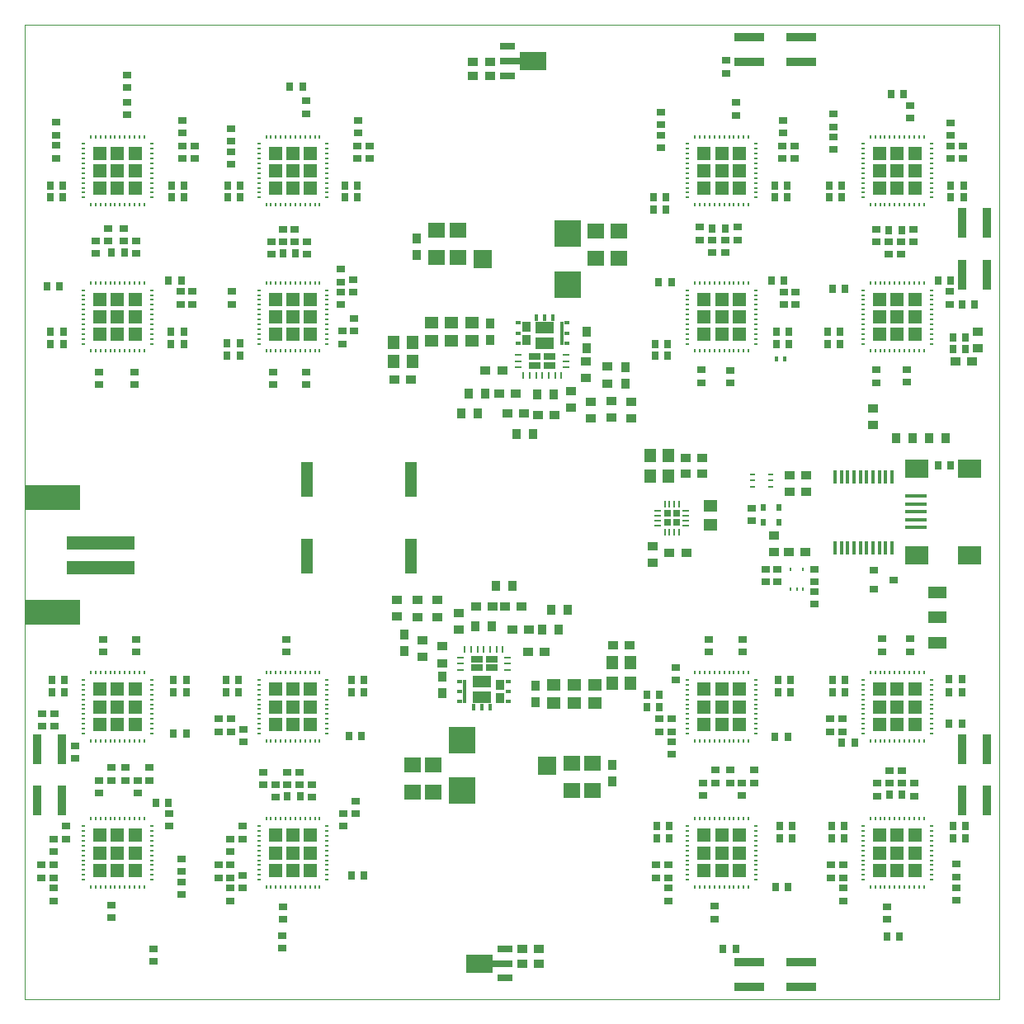
<source format=gtp>
G04 (created by PCBNEW (2013-mar-13)-testing) date Sat 22 Jun 2013 02:01:23 AM ICT*
%MOIN*%
G04 Gerber Fmt 3.4, Leading zero omitted, Abs format*
%FSLAX34Y34*%
G01*
G70*
G90*
G04 APERTURE LIST*
%ADD10C,0.00393701*%
%ADD11R,0.023622X0.0314961*%
%ADD12R,0.0767315X0.0767315*%
%ADD13R,0.108231X0.108231*%
%ADD14R,0.0413315X0.0373315*%
%ADD15R,0.0373315X0.0413315*%
%ADD16R,0.0491315X0.0570315*%
%ADD17R,0.0570315X0.0491315*%
%ADD18R,0.0688315X0.0609315*%
%ADD19R,0.0865315X0.0176315*%
%ADD20R,0.0964315X0.0767315*%
%ADD21R,0.0255315X0.0334315*%
%ADD22R,0.0334315X0.0255315*%
%ADD23R,0.0330315X0.0290315*%
%ADD24R,0.0240157X0.00984252*%
%ADD25R,0.0137315X0.0570315*%
%ADD26R,0.0767717X0.0480315*%
%ADD27R,0.218504X0.102362*%
%ADD28R,0.273622X0.0531496*%
%ADD29R,0.0610315X0.0256315*%
%ADD30R,0.0807315X0.0256315*%
%ADD31R,0.106331X0.0767315*%
%ADD32R,0.0137315X0.0216315*%
%ADD33R,0.0100315X0.0180315*%
%ADD34R,0.124016X0.0374016*%
%ADD35R,0.0374016X0.124016*%
%ADD36R,0.0176315X0.0098315*%
%ADD37R,0.0098315X0.0176315*%
%ADD38R,0.0570866X0.0570866*%
%ADD39R,0.0098315X0.0275315*%
%ADD40R,0.0275315X0.0098315*%
%ADD41R,0.0255906X0.0255906*%
%ADD42R,0.0098315X0.0255315*%
%ADD43R,0.0255315X0.0098315*%
%ADD44R,0.0216535X0.0149606*%
%ADD45R,0.0149606X0.0255906*%
%ADD46R,0.0452756X0.0255906*%
%ADD47R,0.075748X0.0468504*%
%ADD48R,0.0334646X0.0433071*%
%ADD49R,0.0129921X0.096063*%
%ADD50R,0.0491315X0.139731*%
G04 APERTURE END LIST*
G54D10*
X38779Y-61023D02*
X78149Y-61023D01*
X78149Y-61023D02*
X78149Y-21653D01*
X78149Y-21653D02*
X38779Y-21653D01*
X38779Y-21653D02*
X38779Y-61023D01*
G54D11*
X69242Y-41151D03*
X68592Y-41151D03*
X69242Y-41761D03*
X68592Y-41761D03*
G54D12*
X59858Y-51588D03*
G54D13*
X56433Y-50565D03*
X56433Y-52611D03*
G54D12*
X57271Y-31123D03*
G54D13*
X60696Y-32146D03*
X60696Y-30100D03*
G54D14*
X53721Y-35984D03*
X54389Y-35984D03*
G54D15*
X61464Y-34733D03*
X61464Y-34065D03*
G54D14*
X58593Y-36548D03*
X57925Y-36548D03*
G54D15*
X59465Y-36596D03*
X60133Y-36596D03*
X57361Y-36548D03*
X56693Y-36548D03*
X57082Y-37375D03*
X56414Y-37375D03*
G54D14*
X61456Y-35941D03*
X61456Y-35273D03*
G54D16*
X54429Y-35275D03*
X53681Y-35275D03*
X54429Y-34488D03*
X53681Y-34488D03*
G54D17*
X55196Y-34429D03*
X55196Y-33681D03*
X56023Y-34429D03*
X56023Y-33681D03*
X56850Y-34429D03*
X56850Y-33681D03*
G54D15*
X57559Y-34389D03*
X57559Y-33721D03*
G54D14*
X58058Y-35635D03*
X57390Y-35635D03*
G54D15*
X54606Y-30295D03*
X54606Y-30963D03*
G54D18*
X56279Y-29960D03*
X56279Y-31062D03*
X55413Y-29960D03*
X55413Y-31062D03*
X61850Y-29980D03*
X61850Y-31082D03*
X62775Y-29980D03*
X62775Y-31082D03*
G54D14*
X61645Y-36907D03*
X61645Y-37575D03*
X63267Y-37548D03*
X63267Y-36880D03*
G54D15*
X63031Y-35492D03*
X63031Y-36160D03*
X59298Y-38194D03*
X58630Y-38194D03*
G54D14*
X59492Y-37422D03*
X60160Y-37422D03*
X58956Y-37375D03*
X58288Y-37375D03*
X62464Y-36876D03*
X62464Y-37544D03*
X62307Y-35478D03*
X62307Y-36146D03*
X60834Y-37134D03*
X60834Y-36466D03*
G54D15*
X59409Y-49034D03*
X59409Y-48366D03*
X55645Y-47998D03*
X55645Y-48666D03*
G54D14*
X58488Y-46103D03*
X59156Y-46103D03*
G54D15*
X57645Y-45970D03*
X56977Y-45970D03*
X59685Y-46103D03*
X60353Y-46103D03*
X60024Y-45304D03*
X60692Y-45304D03*
G54D14*
X55653Y-46777D03*
X55653Y-47445D03*
G54D16*
X62500Y-47440D03*
X63248Y-47440D03*
X62500Y-48267D03*
X63248Y-48267D03*
G54D17*
X61811Y-48326D03*
X61811Y-49074D03*
X60984Y-48326D03*
X60984Y-49074D03*
X60157Y-48326D03*
X60157Y-49074D03*
G54D14*
X62540Y-46732D03*
X63208Y-46732D03*
X59099Y-46985D03*
X59767Y-46985D03*
G54D15*
X62519Y-52223D03*
X62519Y-51555D03*
G54D18*
X60885Y-52607D03*
X60885Y-51505D03*
X61712Y-52587D03*
X61712Y-51485D03*
X55275Y-52657D03*
X55275Y-51555D03*
X54429Y-52657D03*
X54429Y-51555D03*
G54D14*
X55440Y-45579D03*
X55440Y-44911D03*
X53811Y-44907D03*
X53811Y-45575D03*
G54D15*
X54114Y-46948D03*
X54114Y-46280D03*
X57819Y-44340D03*
X58487Y-44340D03*
G54D14*
X57664Y-45151D03*
X56996Y-45151D03*
X58185Y-45159D03*
X58853Y-45159D03*
X54633Y-45579D03*
X54633Y-44911D03*
X54830Y-47193D03*
X54830Y-46525D03*
X56303Y-45439D03*
X56303Y-46107D03*
X64823Y-43011D03*
X65491Y-43011D03*
X66141Y-39783D03*
X65473Y-39783D03*
X66141Y-39173D03*
X65473Y-39173D03*
G54D16*
X64035Y-39074D03*
X64783Y-39074D03*
X64035Y-39881D03*
X64783Y-39881D03*
G54D14*
X64133Y-42736D03*
X64133Y-43404D03*
G54D17*
X66482Y-41857D03*
X66482Y-41109D03*
G54D19*
X74763Y-41338D03*
X74763Y-41652D03*
X74763Y-41967D03*
X74763Y-41024D03*
X74763Y-40709D03*
G54D20*
X74803Y-43089D03*
X74803Y-39587D03*
X76948Y-43089D03*
X76948Y-39587D03*
G54D21*
X40314Y-28641D03*
X39804Y-28641D03*
G54D22*
X42905Y-25310D03*
X42905Y-24800D03*
X40039Y-25611D03*
X40039Y-26121D03*
G54D21*
X44705Y-28641D03*
X45215Y-28641D03*
G54D22*
X45137Y-27066D03*
X45137Y-26556D03*
G54D21*
X40314Y-28149D03*
X39804Y-28149D03*
G54D22*
X45137Y-25532D03*
X45137Y-26042D03*
G54D21*
X44705Y-28169D03*
X45215Y-28169D03*
G54D22*
X42775Y-29882D03*
X42775Y-30392D03*
X42145Y-29882D03*
X42145Y-30392D03*
X40039Y-27046D03*
X40039Y-26536D03*
G54D21*
X51713Y-28641D03*
X52223Y-28641D03*
X47479Y-28641D03*
X46969Y-28641D03*
G54D22*
X52204Y-27066D03*
X52204Y-26556D03*
G54D21*
X47479Y-28149D03*
X46969Y-28149D03*
G54D22*
X47106Y-25867D03*
X47106Y-26377D03*
X49685Y-29922D03*
X49685Y-30432D03*
G54D21*
X51713Y-28149D03*
X52223Y-28149D03*
G54D22*
X50149Y-35689D03*
X50149Y-36199D03*
X52224Y-25532D03*
X52224Y-26042D03*
X47106Y-27302D03*
X47106Y-26792D03*
X50137Y-25247D03*
X50137Y-24737D03*
G54D21*
X44685Y-34547D03*
X45195Y-34547D03*
X40333Y-34547D03*
X39823Y-34547D03*
G54D22*
X45059Y-32951D03*
X45059Y-32441D03*
G54D21*
X40186Y-32234D03*
X39676Y-32234D03*
X44587Y-31988D03*
X45097Y-31988D03*
X40333Y-34055D03*
X39823Y-34055D03*
G54D22*
X41771Y-35689D03*
X41771Y-36199D03*
G54D21*
X44685Y-34055D03*
X45195Y-34055D03*
G54D22*
X41653Y-30904D03*
X41653Y-30394D03*
X43259Y-30900D03*
X43259Y-30390D03*
X43208Y-35689D03*
X43208Y-36199D03*
G54D21*
X47459Y-34527D03*
X46949Y-34527D03*
G54D22*
X51594Y-34546D03*
X51594Y-34036D03*
X51535Y-32971D03*
X51535Y-32461D03*
X51535Y-31536D03*
X51535Y-32046D03*
G54D21*
X47459Y-35019D03*
X46949Y-35019D03*
G54D22*
X48799Y-35689D03*
X48799Y-36199D03*
X49192Y-29922D03*
X49192Y-30432D03*
X52086Y-33524D03*
X52086Y-34034D03*
X48740Y-30943D03*
X48740Y-30433D03*
X50177Y-30943D03*
X50177Y-30433D03*
X47125Y-32951D03*
X47125Y-32441D03*
G54D21*
X64684Y-28641D03*
X64174Y-28641D03*
X69075Y-28641D03*
X69585Y-28641D03*
G54D22*
X69389Y-27066D03*
X69389Y-26556D03*
X67519Y-25314D03*
X67519Y-24804D03*
X64468Y-26632D03*
X64468Y-26122D03*
G54D21*
X64684Y-29133D03*
X64174Y-29133D03*
X71918Y-32312D03*
X71408Y-32312D03*
G54D22*
X67578Y-29843D03*
X67578Y-30353D03*
X69409Y-25532D03*
X69409Y-26042D03*
G54D21*
X69075Y-28169D03*
X69585Y-28169D03*
G54D22*
X64468Y-25197D03*
X64468Y-25707D03*
G54D21*
X71770Y-28641D03*
X71260Y-28641D03*
X76182Y-28641D03*
X76692Y-28641D03*
G54D22*
X76181Y-27066D03*
X76181Y-26556D03*
X74551Y-25428D03*
X74551Y-24918D03*
X73169Y-29922D03*
X73169Y-30432D03*
X71456Y-25276D03*
X71456Y-25786D03*
G54D21*
X71770Y-28149D03*
X71260Y-28149D03*
G54D22*
X74665Y-29922D03*
X74665Y-30432D03*
G54D21*
X76182Y-28149D03*
X76692Y-28149D03*
G54D22*
X76181Y-25630D03*
X76181Y-26140D03*
X71456Y-26711D03*
X71456Y-26201D03*
G54D21*
X64743Y-34547D03*
X64233Y-34547D03*
X69134Y-34547D03*
X69644Y-34547D03*
G54D22*
X69448Y-32971D03*
X69448Y-32461D03*
X66535Y-30865D03*
X66535Y-30355D03*
X67086Y-30865D03*
X67086Y-30355D03*
X66122Y-35611D03*
X66122Y-36121D03*
G54D21*
X64743Y-35039D03*
X64233Y-35039D03*
X68937Y-32007D03*
X69447Y-32007D03*
G54D22*
X66043Y-29843D03*
X66043Y-30353D03*
G54D21*
X64900Y-32047D03*
X64390Y-32047D03*
X69134Y-34074D03*
X69644Y-34074D03*
X71711Y-34547D03*
X71201Y-34547D03*
X76280Y-34763D03*
X76790Y-34763D03*
G54D22*
X76141Y-32951D03*
X76141Y-32441D03*
G54D21*
X75670Y-32007D03*
X76180Y-32007D03*
G54D22*
X74173Y-30943D03*
X74173Y-30433D03*
X73661Y-30943D03*
X73661Y-30433D03*
G54D21*
X71711Y-34055D03*
X71201Y-34055D03*
G54D22*
X74397Y-35595D03*
X74397Y-36105D03*
X67263Y-35615D03*
X67263Y-36125D03*
G54D21*
X76280Y-34281D03*
X76790Y-34281D03*
G54D22*
X73188Y-35611D03*
X73188Y-36121D03*
G54D21*
X76280Y-54035D03*
X76790Y-54035D03*
X71888Y-54035D03*
X71378Y-54035D03*
G54D22*
X71830Y-55611D03*
X71830Y-56121D03*
G54D21*
X76122Y-49881D03*
X76632Y-49881D03*
G54D22*
X76417Y-55571D03*
X76417Y-56081D03*
X71830Y-57046D03*
X71830Y-56536D03*
G54D21*
X76280Y-54527D03*
X76790Y-54527D03*
G54D22*
X73208Y-52814D03*
X73208Y-52304D03*
G54D21*
X71888Y-54527D03*
X71378Y-54527D03*
G54D22*
X76417Y-57026D03*
X76417Y-56516D03*
X73610Y-57292D03*
X73610Y-57802D03*
G54D21*
X69272Y-54035D03*
X69782Y-54035D03*
X64802Y-54035D03*
X64292Y-54035D03*
G54D22*
X64763Y-55611D03*
X64763Y-56121D03*
X66649Y-57276D03*
X66649Y-57786D03*
G54D21*
X69085Y-50442D03*
X69595Y-50442D03*
G54D22*
X64763Y-57046D03*
X64763Y-56536D03*
G54D21*
X69272Y-54527D03*
X69782Y-54527D03*
G54D22*
X66181Y-52794D03*
X66181Y-52284D03*
G54D21*
X64802Y-54527D03*
X64292Y-54527D03*
X64408Y-49212D03*
X63898Y-49212D03*
X69105Y-56505D03*
X69615Y-56505D03*
X76122Y-48110D03*
X76632Y-48110D03*
X71908Y-48129D03*
X71398Y-48129D03*
G54D22*
X71811Y-49705D03*
X71811Y-50215D03*
X73700Y-51792D03*
X73700Y-52302D03*
X74212Y-51792D03*
X74212Y-52302D03*
G54D21*
X72292Y-50669D03*
X71782Y-50669D03*
X76122Y-48622D03*
X76632Y-48622D03*
G54D22*
X73405Y-46987D03*
X73405Y-46477D03*
G54D21*
X71908Y-48622D03*
X71398Y-48622D03*
G54D22*
X74547Y-46987D03*
X74547Y-46477D03*
X74704Y-52814D03*
X74704Y-52304D03*
G54D21*
X69193Y-48129D03*
X69703Y-48129D03*
G54D22*
X65078Y-48129D03*
X65078Y-47619D03*
X64901Y-49705D03*
X64901Y-50215D03*
X66673Y-51772D03*
X66673Y-52282D03*
X67263Y-51772D03*
X67263Y-52282D03*
X64901Y-51140D03*
X64901Y-50630D03*
G54D21*
X69193Y-48622D03*
X69703Y-48622D03*
G54D22*
X66397Y-47006D03*
X66397Y-46496D03*
X67775Y-47006D03*
X67775Y-46496D03*
G54D21*
X64408Y-48720D03*
X63898Y-48720D03*
G54D22*
X67736Y-52794D03*
X67736Y-52284D03*
X51633Y-54034D03*
X51633Y-53524D03*
X47578Y-54036D03*
X47578Y-54546D03*
X47086Y-55611D03*
X47086Y-56121D03*
X49192Y-57294D03*
X49192Y-57804D03*
X48897Y-52873D03*
X48897Y-52363D03*
X47578Y-56024D03*
X47578Y-56534D03*
X52125Y-53012D03*
X52125Y-53522D03*
X50374Y-52873D03*
X50374Y-52363D03*
X47086Y-55058D03*
X47086Y-54548D03*
X47086Y-57046D03*
X47086Y-56536D03*
G54D21*
X51979Y-56013D03*
X52489Y-56013D03*
G54D22*
X44622Y-54034D03*
X44622Y-53524D03*
X40433Y-54036D03*
X40433Y-54546D03*
X39940Y-55611D03*
X39940Y-56121D03*
X45098Y-55355D03*
X45098Y-55865D03*
X45098Y-56790D03*
X45098Y-56280D03*
X43287Y-47006D03*
X43287Y-46496D03*
G54D21*
X44065Y-53080D03*
X44575Y-53080D03*
G54D22*
X41771Y-52695D03*
X41771Y-52185D03*
X39940Y-55058D03*
X39940Y-54548D03*
X39940Y-57046D03*
X39940Y-56536D03*
X42283Y-57215D03*
X42283Y-57725D03*
G54D21*
X51969Y-48129D03*
X52479Y-48129D03*
X47420Y-48129D03*
X46910Y-48129D03*
G54D22*
X47106Y-49705D03*
X47106Y-50215D03*
X49389Y-51851D03*
X49389Y-52361D03*
X49881Y-51851D03*
X49881Y-52361D03*
X47598Y-50119D03*
X47598Y-50629D03*
G54D21*
X51969Y-48622D03*
X52479Y-48622D03*
G54D22*
X49350Y-47006D03*
X49350Y-46496D03*
X48405Y-51861D03*
X48405Y-52371D03*
G54D21*
X47420Y-48622D03*
X46910Y-48622D03*
X51861Y-50403D03*
X52371Y-50403D03*
X44784Y-48129D03*
X45294Y-48129D03*
X40373Y-48129D03*
X39863Y-48129D03*
G54D22*
X39970Y-49479D03*
X39970Y-49989D03*
X42263Y-51674D03*
X42263Y-52184D03*
X42834Y-51674D03*
X42834Y-52184D03*
G54D21*
X44784Y-50295D03*
X45294Y-50295D03*
X44784Y-48622D03*
X45294Y-48622D03*
G54D22*
X43326Y-52695D03*
X43326Y-52185D03*
G54D21*
X40373Y-48622D03*
X39863Y-48622D03*
G54D22*
X40797Y-50788D03*
X40797Y-51298D03*
X41948Y-47006D03*
X41948Y-46496D03*
G54D23*
X73064Y-43704D03*
X73064Y-44464D03*
X73864Y-44084D03*
G54D14*
X70354Y-40530D03*
X70354Y-39862D03*
X69685Y-39862D03*
X69685Y-40530D03*
G54D21*
X76170Y-39478D03*
X75660Y-39478D03*
G54D24*
X68905Y-40334D03*
X68181Y-40078D03*
X68905Y-39822D03*
X68905Y-40078D03*
X68181Y-39822D03*
X68181Y-40334D03*
G54D15*
X74645Y-38346D03*
X73977Y-38346D03*
X75315Y-38346D03*
X75983Y-38346D03*
G54D25*
X71502Y-42790D03*
X71758Y-42790D03*
X72014Y-42790D03*
X72270Y-42790D03*
X72526Y-42790D03*
X72780Y-42790D03*
X73036Y-42790D03*
X73292Y-42790D03*
X73548Y-42790D03*
X73804Y-42790D03*
X73804Y-39936D03*
X73548Y-39936D03*
X73292Y-39936D03*
X73036Y-39936D03*
X72780Y-39936D03*
X72526Y-39936D03*
X72270Y-39936D03*
X72014Y-39936D03*
X71758Y-39936D03*
X71502Y-39936D03*
G54D26*
X75629Y-45610D03*
X75629Y-46614D03*
X75629Y-44606D03*
G54D27*
X39921Y-45403D03*
X39921Y-40777D03*
G54D28*
X41850Y-42598D03*
X41850Y-43582D03*
G54D29*
X58188Y-60177D03*
G54D30*
X58090Y-59586D03*
G54D29*
X58188Y-58995D03*
G54D31*
X57145Y-59586D03*
G54D14*
X58878Y-59586D03*
X59546Y-59586D03*
X58878Y-58996D03*
X59546Y-58996D03*
G54D22*
X68129Y-41201D03*
X68129Y-41711D03*
G54D14*
X70294Y-42952D03*
X69626Y-42952D03*
X76368Y-35275D03*
X77036Y-35275D03*
G54D22*
X45629Y-27066D03*
X45629Y-26556D03*
X69881Y-27066D03*
X69881Y-26556D03*
X71338Y-55611D03*
X71338Y-56121D03*
X46594Y-55611D03*
X46594Y-56121D03*
X52696Y-27066D03*
X52696Y-26556D03*
X76673Y-27066D03*
X76673Y-26556D03*
X64271Y-55611D03*
X64271Y-56121D03*
X39448Y-55611D03*
X39448Y-56121D03*
X45551Y-32951D03*
X45551Y-32441D03*
X69921Y-32971D03*
X69921Y-32461D03*
X71318Y-49705D03*
X71318Y-50215D03*
X46614Y-49705D03*
X46614Y-50215D03*
X52027Y-32459D03*
X52027Y-31949D03*
G54D21*
X76634Y-32952D03*
X77144Y-32952D03*
G54D22*
X64409Y-49705D03*
X64409Y-50215D03*
X39478Y-49479D03*
X39478Y-49989D03*
G54D14*
X73051Y-37146D03*
X73051Y-37814D03*
X77283Y-34743D03*
X77283Y-34075D03*
X69055Y-42952D03*
X69055Y-42284D03*
G54D32*
X69134Y-35157D03*
X69488Y-35157D03*
G54D14*
X57558Y-23157D03*
X56890Y-23157D03*
X57558Y-23716D03*
X56890Y-23716D03*
G54D29*
X58263Y-22542D03*
G54D30*
X58361Y-23133D03*
G54D29*
X58263Y-23724D03*
G54D31*
X59306Y-23133D03*
G54D22*
X42913Y-23682D03*
X42913Y-24192D03*
G54D21*
X49489Y-24153D03*
X49999Y-24153D03*
X42284Y-30846D03*
X42794Y-30846D03*
X49723Y-30885D03*
X49213Y-30885D03*
G54D22*
X67096Y-23621D03*
X67096Y-23111D03*
G54D21*
X73760Y-24468D03*
X74270Y-24468D03*
X67066Y-29901D03*
X66556Y-29901D03*
X73682Y-29960D03*
X74192Y-29960D03*
X74113Y-58484D03*
X73603Y-58484D03*
X67499Y-58996D03*
X66989Y-58996D03*
X73701Y-52775D03*
X74211Y-52775D03*
G54D22*
X68228Y-51772D03*
X68228Y-52282D03*
X49173Y-58955D03*
X49173Y-58445D03*
X43966Y-58987D03*
X43966Y-59497D03*
G54D21*
X49390Y-52834D03*
X49900Y-52834D03*
G54D22*
X43818Y-51674D03*
X43818Y-52184D03*
X70669Y-45077D03*
X70669Y-44567D03*
G54D33*
X69710Y-44455D03*
X70210Y-44455D03*
X69710Y-43655D03*
X69960Y-44455D03*
X70210Y-43655D03*
G54D22*
X69173Y-43662D03*
X69173Y-44172D03*
X68700Y-43662D03*
X68700Y-44172D03*
G54D34*
X68051Y-23159D03*
X68051Y-22155D03*
X70137Y-22155D03*
X70137Y-23159D03*
G54D35*
X76643Y-29665D03*
X77647Y-29665D03*
X77647Y-31751D03*
X76643Y-31751D03*
X76643Y-50925D03*
X77647Y-50925D03*
X77647Y-53011D03*
X76643Y-53011D03*
G54D34*
X70137Y-59517D03*
X70137Y-60521D03*
X68051Y-60521D03*
X68051Y-59517D03*
G54D36*
X43896Y-26477D03*
X43896Y-26674D03*
X43896Y-26871D03*
X43896Y-27067D03*
X43896Y-27264D03*
X43896Y-27461D03*
X43896Y-27657D03*
X43896Y-27854D03*
X43896Y-28051D03*
X43896Y-28247D03*
X43896Y-28444D03*
X43896Y-28641D03*
G54D37*
X43601Y-28936D03*
X43404Y-28936D03*
X43207Y-28936D03*
X43011Y-28936D03*
X42814Y-28936D03*
X42617Y-28936D03*
X42421Y-28936D03*
X42224Y-28936D03*
X42027Y-28936D03*
X41831Y-28936D03*
X41634Y-28936D03*
X41437Y-28936D03*
G54D36*
X41142Y-28641D03*
X41142Y-28444D03*
X41142Y-28247D03*
X41142Y-28051D03*
X41142Y-27854D03*
X41142Y-27657D03*
X41142Y-27461D03*
X41142Y-27264D03*
X41142Y-27067D03*
X41142Y-26871D03*
X41142Y-26674D03*
X41142Y-26477D03*
G54D37*
X41437Y-26182D03*
X41634Y-26182D03*
X41831Y-26182D03*
X42027Y-26182D03*
X42224Y-26182D03*
X42421Y-26182D03*
X42617Y-26182D03*
X42814Y-26182D03*
X43011Y-26182D03*
X43207Y-26182D03*
X43404Y-26182D03*
X43601Y-26182D03*
G54D38*
X41811Y-26850D03*
X42519Y-26850D03*
X43228Y-26850D03*
X41811Y-27559D03*
X42519Y-27559D03*
X43228Y-27559D03*
X41811Y-28267D03*
X42519Y-28267D03*
X43228Y-28267D03*
G54D36*
X43896Y-32382D03*
X43896Y-32579D03*
X43896Y-32776D03*
X43896Y-32972D03*
X43896Y-33169D03*
X43896Y-33366D03*
X43896Y-33562D03*
X43896Y-33759D03*
X43896Y-33956D03*
X43896Y-34152D03*
X43896Y-34349D03*
X43896Y-34546D03*
G54D37*
X43601Y-34841D03*
X43404Y-34841D03*
X43207Y-34841D03*
X43011Y-34841D03*
X42814Y-34841D03*
X42617Y-34841D03*
X42421Y-34841D03*
X42224Y-34841D03*
X42027Y-34841D03*
X41831Y-34841D03*
X41634Y-34841D03*
X41437Y-34841D03*
G54D36*
X41142Y-34546D03*
X41142Y-34349D03*
X41142Y-34152D03*
X41142Y-33956D03*
X41142Y-33759D03*
X41142Y-33562D03*
X41142Y-33366D03*
X41142Y-33169D03*
X41142Y-32972D03*
X41142Y-32776D03*
X41142Y-32579D03*
X41142Y-32382D03*
G54D37*
X41437Y-32087D03*
X41634Y-32087D03*
X41831Y-32087D03*
X42027Y-32087D03*
X42224Y-32087D03*
X42421Y-32087D03*
X42617Y-32087D03*
X42814Y-32087D03*
X43011Y-32087D03*
X43207Y-32087D03*
X43404Y-32087D03*
X43601Y-32087D03*
G54D38*
X41811Y-32755D03*
X42519Y-32755D03*
X43228Y-32755D03*
X41811Y-33464D03*
X42519Y-33464D03*
X43228Y-33464D03*
X41811Y-34173D03*
X42519Y-34173D03*
X43228Y-34173D03*
G54D36*
X50983Y-32382D03*
X50983Y-32579D03*
X50983Y-32776D03*
X50983Y-32972D03*
X50983Y-33169D03*
X50983Y-33366D03*
X50983Y-33562D03*
X50983Y-33759D03*
X50983Y-33956D03*
X50983Y-34152D03*
X50983Y-34349D03*
X50983Y-34546D03*
G54D37*
X50688Y-34841D03*
X50491Y-34841D03*
X50294Y-34841D03*
X50098Y-34841D03*
X49901Y-34841D03*
X49704Y-34841D03*
X49508Y-34841D03*
X49311Y-34841D03*
X49114Y-34841D03*
X48918Y-34841D03*
X48721Y-34841D03*
X48524Y-34841D03*
G54D36*
X48229Y-34546D03*
X48229Y-34349D03*
X48229Y-34152D03*
X48229Y-33956D03*
X48229Y-33759D03*
X48229Y-33562D03*
X48229Y-33366D03*
X48229Y-33169D03*
X48229Y-32972D03*
X48229Y-32776D03*
X48229Y-32579D03*
X48229Y-32382D03*
G54D37*
X48524Y-32087D03*
X48721Y-32087D03*
X48918Y-32087D03*
X49114Y-32087D03*
X49311Y-32087D03*
X49508Y-32087D03*
X49704Y-32087D03*
X49901Y-32087D03*
X50098Y-32087D03*
X50294Y-32087D03*
X50491Y-32087D03*
X50688Y-32087D03*
G54D38*
X48897Y-32755D03*
X49606Y-32755D03*
X50314Y-32755D03*
X48897Y-33464D03*
X49606Y-33464D03*
X50314Y-33464D03*
X48897Y-34173D03*
X49606Y-34173D03*
X50314Y-34173D03*
G54D36*
X50983Y-26477D03*
X50983Y-26674D03*
X50983Y-26871D03*
X50983Y-27067D03*
X50983Y-27264D03*
X50983Y-27461D03*
X50983Y-27657D03*
X50983Y-27854D03*
X50983Y-28051D03*
X50983Y-28247D03*
X50983Y-28444D03*
X50983Y-28641D03*
G54D37*
X50688Y-28936D03*
X50491Y-28936D03*
X50294Y-28936D03*
X50098Y-28936D03*
X49901Y-28936D03*
X49704Y-28936D03*
X49508Y-28936D03*
X49311Y-28936D03*
X49114Y-28936D03*
X48918Y-28936D03*
X48721Y-28936D03*
X48524Y-28936D03*
G54D36*
X48229Y-28641D03*
X48229Y-28444D03*
X48229Y-28247D03*
X48229Y-28051D03*
X48229Y-27854D03*
X48229Y-27657D03*
X48229Y-27461D03*
X48229Y-27264D03*
X48229Y-27067D03*
X48229Y-26871D03*
X48229Y-26674D03*
X48229Y-26477D03*
G54D37*
X48524Y-26182D03*
X48721Y-26182D03*
X48918Y-26182D03*
X49114Y-26182D03*
X49311Y-26182D03*
X49508Y-26182D03*
X49704Y-26182D03*
X49901Y-26182D03*
X50098Y-26182D03*
X50294Y-26182D03*
X50491Y-26182D03*
X50688Y-26182D03*
G54D38*
X48897Y-26850D03*
X49606Y-26850D03*
X50314Y-26850D03*
X48897Y-27559D03*
X49606Y-27559D03*
X50314Y-27559D03*
X48897Y-28267D03*
X49606Y-28267D03*
X50314Y-28267D03*
G54D36*
X41142Y-50294D03*
X41142Y-50097D03*
X41142Y-49900D03*
X41142Y-49704D03*
X41142Y-49507D03*
X41142Y-49310D03*
X41142Y-49114D03*
X41142Y-48917D03*
X41142Y-48720D03*
X41142Y-48524D03*
X41142Y-48327D03*
X41142Y-48130D03*
G54D37*
X41437Y-47835D03*
X41634Y-47835D03*
X41831Y-47835D03*
X42027Y-47835D03*
X42224Y-47835D03*
X42421Y-47835D03*
X42617Y-47835D03*
X42814Y-47835D03*
X43011Y-47835D03*
X43207Y-47835D03*
X43404Y-47835D03*
X43601Y-47835D03*
G54D36*
X43896Y-48130D03*
X43896Y-48327D03*
X43896Y-48524D03*
X43896Y-48720D03*
X43896Y-48917D03*
X43896Y-49114D03*
X43896Y-49310D03*
X43896Y-49507D03*
X43896Y-49704D03*
X43896Y-49900D03*
X43896Y-50097D03*
X43896Y-50294D03*
G54D37*
X43601Y-50589D03*
X43404Y-50589D03*
X43207Y-50589D03*
X43011Y-50589D03*
X42814Y-50589D03*
X42617Y-50589D03*
X42421Y-50589D03*
X42224Y-50589D03*
X42027Y-50589D03*
X41831Y-50589D03*
X41634Y-50589D03*
X41437Y-50589D03*
G54D38*
X43228Y-49921D03*
X42519Y-49921D03*
X41811Y-49921D03*
X43228Y-49212D03*
X42519Y-49212D03*
X41811Y-49212D03*
X43228Y-48503D03*
X42519Y-48503D03*
X41811Y-48503D03*
G54D36*
X41142Y-56200D03*
X41142Y-56003D03*
X41142Y-55806D03*
X41142Y-55610D03*
X41142Y-55413D03*
X41142Y-55216D03*
X41142Y-55020D03*
X41142Y-54823D03*
X41142Y-54626D03*
X41142Y-54430D03*
X41142Y-54233D03*
X41142Y-54036D03*
G54D37*
X41437Y-53741D03*
X41634Y-53741D03*
X41831Y-53741D03*
X42027Y-53741D03*
X42224Y-53741D03*
X42421Y-53741D03*
X42617Y-53741D03*
X42814Y-53741D03*
X43011Y-53741D03*
X43207Y-53741D03*
X43404Y-53741D03*
X43601Y-53741D03*
G54D36*
X43896Y-54036D03*
X43896Y-54233D03*
X43896Y-54430D03*
X43896Y-54626D03*
X43896Y-54823D03*
X43896Y-55020D03*
X43896Y-55216D03*
X43896Y-55413D03*
X43896Y-55610D03*
X43896Y-55806D03*
X43896Y-56003D03*
X43896Y-56200D03*
G54D37*
X43601Y-56495D03*
X43404Y-56495D03*
X43207Y-56495D03*
X43011Y-56495D03*
X42814Y-56495D03*
X42617Y-56495D03*
X42421Y-56495D03*
X42224Y-56495D03*
X42027Y-56495D03*
X41831Y-56495D03*
X41634Y-56495D03*
X41437Y-56495D03*
G54D38*
X43228Y-55826D03*
X42519Y-55826D03*
X41811Y-55826D03*
X43228Y-55118D03*
X42519Y-55118D03*
X41811Y-55118D03*
X43228Y-54409D03*
X42519Y-54409D03*
X41811Y-54409D03*
G54D36*
X48229Y-56200D03*
X48229Y-56003D03*
X48229Y-55806D03*
X48229Y-55610D03*
X48229Y-55413D03*
X48229Y-55216D03*
X48229Y-55020D03*
X48229Y-54823D03*
X48229Y-54626D03*
X48229Y-54430D03*
X48229Y-54233D03*
X48229Y-54036D03*
G54D37*
X48524Y-53741D03*
X48721Y-53741D03*
X48918Y-53741D03*
X49114Y-53741D03*
X49311Y-53741D03*
X49508Y-53741D03*
X49704Y-53741D03*
X49901Y-53741D03*
X50098Y-53741D03*
X50294Y-53741D03*
X50491Y-53741D03*
X50688Y-53741D03*
G54D36*
X50983Y-54036D03*
X50983Y-54233D03*
X50983Y-54430D03*
X50983Y-54626D03*
X50983Y-54823D03*
X50983Y-55020D03*
X50983Y-55216D03*
X50983Y-55413D03*
X50983Y-55610D03*
X50983Y-55806D03*
X50983Y-56003D03*
X50983Y-56200D03*
G54D37*
X50688Y-56495D03*
X50491Y-56495D03*
X50294Y-56495D03*
X50098Y-56495D03*
X49901Y-56495D03*
X49704Y-56495D03*
X49508Y-56495D03*
X49311Y-56495D03*
X49114Y-56495D03*
X48918Y-56495D03*
X48721Y-56495D03*
X48524Y-56495D03*
G54D38*
X50314Y-55826D03*
X49606Y-55826D03*
X48897Y-55826D03*
X50314Y-55118D03*
X49606Y-55118D03*
X48897Y-55118D03*
X50314Y-54409D03*
X49606Y-54409D03*
X48897Y-54409D03*
G54D36*
X48229Y-50294D03*
X48229Y-50097D03*
X48229Y-49900D03*
X48229Y-49704D03*
X48229Y-49507D03*
X48229Y-49310D03*
X48229Y-49114D03*
X48229Y-48917D03*
X48229Y-48720D03*
X48229Y-48524D03*
X48229Y-48327D03*
X48229Y-48130D03*
G54D37*
X48524Y-47835D03*
X48721Y-47835D03*
X48918Y-47835D03*
X49114Y-47835D03*
X49311Y-47835D03*
X49508Y-47835D03*
X49704Y-47835D03*
X49901Y-47835D03*
X50098Y-47835D03*
X50294Y-47835D03*
X50491Y-47835D03*
X50688Y-47835D03*
G54D36*
X50983Y-48130D03*
X50983Y-48327D03*
X50983Y-48524D03*
X50983Y-48720D03*
X50983Y-48917D03*
X50983Y-49114D03*
X50983Y-49310D03*
X50983Y-49507D03*
X50983Y-49704D03*
X50983Y-49900D03*
X50983Y-50097D03*
X50983Y-50294D03*
G54D37*
X50688Y-50589D03*
X50491Y-50589D03*
X50294Y-50589D03*
X50098Y-50589D03*
X49901Y-50589D03*
X49704Y-50589D03*
X49508Y-50589D03*
X49311Y-50589D03*
X49114Y-50589D03*
X48918Y-50589D03*
X48721Y-50589D03*
X48524Y-50589D03*
G54D38*
X50314Y-49921D03*
X49606Y-49921D03*
X48897Y-49921D03*
X50314Y-49212D03*
X49606Y-49212D03*
X48897Y-49212D03*
X50314Y-48503D03*
X49606Y-48503D03*
X48897Y-48503D03*
G54D36*
X65552Y-50294D03*
X65552Y-50097D03*
X65552Y-49900D03*
X65552Y-49704D03*
X65552Y-49507D03*
X65552Y-49310D03*
X65552Y-49114D03*
X65552Y-48917D03*
X65552Y-48720D03*
X65552Y-48524D03*
X65552Y-48327D03*
X65552Y-48130D03*
G54D37*
X65847Y-47835D03*
X66044Y-47835D03*
X66241Y-47835D03*
X66437Y-47835D03*
X66634Y-47835D03*
X66831Y-47835D03*
X67027Y-47835D03*
X67224Y-47835D03*
X67421Y-47835D03*
X67617Y-47835D03*
X67814Y-47835D03*
X68011Y-47835D03*
G54D36*
X68306Y-48130D03*
X68306Y-48327D03*
X68306Y-48524D03*
X68306Y-48720D03*
X68306Y-48917D03*
X68306Y-49114D03*
X68306Y-49310D03*
X68306Y-49507D03*
X68306Y-49704D03*
X68306Y-49900D03*
X68306Y-50097D03*
X68306Y-50294D03*
G54D37*
X68011Y-50589D03*
X67814Y-50589D03*
X67617Y-50589D03*
X67421Y-50589D03*
X67224Y-50589D03*
X67027Y-50589D03*
X66831Y-50589D03*
X66634Y-50589D03*
X66437Y-50589D03*
X66241Y-50589D03*
X66044Y-50589D03*
X65847Y-50589D03*
G54D38*
X67637Y-49921D03*
X66929Y-49921D03*
X66220Y-49921D03*
X67637Y-49212D03*
X66929Y-49212D03*
X66220Y-49212D03*
X67637Y-48503D03*
X66929Y-48503D03*
X66220Y-48503D03*
G54D36*
X65552Y-56200D03*
X65552Y-56003D03*
X65552Y-55806D03*
X65552Y-55610D03*
X65552Y-55413D03*
X65552Y-55216D03*
X65552Y-55020D03*
X65552Y-54823D03*
X65552Y-54626D03*
X65552Y-54430D03*
X65552Y-54233D03*
X65552Y-54036D03*
G54D37*
X65847Y-53741D03*
X66044Y-53741D03*
X66241Y-53741D03*
X66437Y-53741D03*
X66634Y-53741D03*
X66831Y-53741D03*
X67027Y-53741D03*
X67224Y-53741D03*
X67421Y-53741D03*
X67617Y-53741D03*
X67814Y-53741D03*
X68011Y-53741D03*
G54D36*
X68306Y-54036D03*
X68306Y-54233D03*
X68306Y-54430D03*
X68306Y-54626D03*
X68306Y-54823D03*
X68306Y-55020D03*
X68306Y-55216D03*
X68306Y-55413D03*
X68306Y-55610D03*
X68306Y-55806D03*
X68306Y-56003D03*
X68306Y-56200D03*
G54D37*
X68011Y-56495D03*
X67814Y-56495D03*
X67617Y-56495D03*
X67421Y-56495D03*
X67224Y-56495D03*
X67027Y-56495D03*
X66831Y-56495D03*
X66634Y-56495D03*
X66437Y-56495D03*
X66241Y-56495D03*
X66044Y-56495D03*
X65847Y-56495D03*
G54D38*
X67637Y-55826D03*
X66929Y-55826D03*
X66220Y-55826D03*
X67637Y-55118D03*
X66929Y-55118D03*
X66220Y-55118D03*
X67637Y-54409D03*
X66929Y-54409D03*
X66220Y-54409D03*
G54D36*
X72638Y-56200D03*
X72638Y-56003D03*
X72638Y-55806D03*
X72638Y-55610D03*
X72638Y-55413D03*
X72638Y-55216D03*
X72638Y-55020D03*
X72638Y-54823D03*
X72638Y-54626D03*
X72638Y-54430D03*
X72638Y-54233D03*
X72638Y-54036D03*
G54D37*
X72933Y-53741D03*
X73130Y-53741D03*
X73327Y-53741D03*
X73523Y-53741D03*
X73720Y-53741D03*
X73917Y-53741D03*
X74113Y-53741D03*
X74310Y-53741D03*
X74507Y-53741D03*
X74703Y-53741D03*
X74900Y-53741D03*
X75097Y-53741D03*
G54D36*
X75392Y-54036D03*
X75392Y-54233D03*
X75392Y-54430D03*
X75392Y-54626D03*
X75392Y-54823D03*
X75392Y-55020D03*
X75392Y-55216D03*
X75392Y-55413D03*
X75392Y-55610D03*
X75392Y-55806D03*
X75392Y-56003D03*
X75392Y-56200D03*
G54D37*
X75097Y-56495D03*
X74900Y-56495D03*
X74703Y-56495D03*
X74507Y-56495D03*
X74310Y-56495D03*
X74113Y-56495D03*
X73917Y-56495D03*
X73720Y-56495D03*
X73523Y-56495D03*
X73327Y-56495D03*
X73130Y-56495D03*
X72933Y-56495D03*
G54D38*
X74724Y-55826D03*
X74015Y-55826D03*
X73307Y-55826D03*
X74724Y-55118D03*
X74015Y-55118D03*
X73307Y-55118D03*
X74724Y-54409D03*
X74015Y-54409D03*
X73307Y-54409D03*
G54D36*
X72638Y-50294D03*
X72638Y-50097D03*
X72638Y-49900D03*
X72638Y-49704D03*
X72638Y-49507D03*
X72638Y-49310D03*
X72638Y-49114D03*
X72638Y-48917D03*
X72638Y-48720D03*
X72638Y-48524D03*
X72638Y-48327D03*
X72638Y-48130D03*
G54D37*
X72933Y-47835D03*
X73130Y-47835D03*
X73327Y-47835D03*
X73523Y-47835D03*
X73720Y-47835D03*
X73917Y-47835D03*
X74113Y-47835D03*
X74310Y-47835D03*
X74507Y-47835D03*
X74703Y-47835D03*
X74900Y-47835D03*
X75097Y-47835D03*
G54D36*
X75392Y-48130D03*
X75392Y-48327D03*
X75392Y-48524D03*
X75392Y-48720D03*
X75392Y-48917D03*
X75392Y-49114D03*
X75392Y-49310D03*
X75392Y-49507D03*
X75392Y-49704D03*
X75392Y-49900D03*
X75392Y-50097D03*
X75392Y-50294D03*
G54D37*
X75097Y-50589D03*
X74900Y-50589D03*
X74703Y-50589D03*
X74507Y-50589D03*
X74310Y-50589D03*
X74113Y-50589D03*
X73917Y-50589D03*
X73720Y-50589D03*
X73523Y-50589D03*
X73327Y-50589D03*
X73130Y-50589D03*
X72933Y-50589D03*
G54D38*
X74724Y-49921D03*
X74015Y-49921D03*
X73307Y-49921D03*
X74724Y-49212D03*
X74015Y-49212D03*
X73307Y-49212D03*
X74724Y-48503D03*
X74015Y-48503D03*
X73307Y-48503D03*
G54D36*
X75392Y-32382D03*
X75392Y-32579D03*
X75392Y-32776D03*
X75392Y-32972D03*
X75392Y-33169D03*
X75392Y-33366D03*
X75392Y-33562D03*
X75392Y-33759D03*
X75392Y-33956D03*
X75392Y-34152D03*
X75392Y-34349D03*
X75392Y-34546D03*
G54D37*
X75097Y-34841D03*
X74900Y-34841D03*
X74703Y-34841D03*
X74507Y-34841D03*
X74310Y-34841D03*
X74113Y-34841D03*
X73917Y-34841D03*
X73720Y-34841D03*
X73523Y-34841D03*
X73327Y-34841D03*
X73130Y-34841D03*
X72933Y-34841D03*
G54D36*
X72638Y-34546D03*
X72638Y-34349D03*
X72638Y-34152D03*
X72638Y-33956D03*
X72638Y-33759D03*
X72638Y-33562D03*
X72638Y-33366D03*
X72638Y-33169D03*
X72638Y-32972D03*
X72638Y-32776D03*
X72638Y-32579D03*
X72638Y-32382D03*
G54D37*
X72933Y-32087D03*
X73130Y-32087D03*
X73327Y-32087D03*
X73523Y-32087D03*
X73720Y-32087D03*
X73917Y-32087D03*
X74113Y-32087D03*
X74310Y-32087D03*
X74507Y-32087D03*
X74703Y-32087D03*
X74900Y-32087D03*
X75097Y-32087D03*
G54D38*
X73307Y-32755D03*
X74015Y-32755D03*
X74724Y-32755D03*
X73307Y-33464D03*
X74015Y-33464D03*
X74724Y-33464D03*
X73307Y-34173D03*
X74015Y-34173D03*
X74724Y-34173D03*
G54D36*
X75392Y-26477D03*
X75392Y-26674D03*
X75392Y-26871D03*
X75392Y-27067D03*
X75392Y-27264D03*
X75392Y-27461D03*
X75392Y-27657D03*
X75392Y-27854D03*
X75392Y-28051D03*
X75392Y-28247D03*
X75392Y-28444D03*
X75392Y-28641D03*
G54D37*
X75097Y-28936D03*
X74900Y-28936D03*
X74703Y-28936D03*
X74507Y-28936D03*
X74310Y-28936D03*
X74113Y-28936D03*
X73917Y-28936D03*
X73720Y-28936D03*
X73523Y-28936D03*
X73327Y-28936D03*
X73130Y-28936D03*
X72933Y-28936D03*
G54D36*
X72638Y-28641D03*
X72638Y-28444D03*
X72638Y-28247D03*
X72638Y-28051D03*
X72638Y-27854D03*
X72638Y-27657D03*
X72638Y-27461D03*
X72638Y-27264D03*
X72638Y-27067D03*
X72638Y-26871D03*
X72638Y-26674D03*
X72638Y-26477D03*
G54D37*
X72933Y-26182D03*
X73130Y-26182D03*
X73327Y-26182D03*
X73523Y-26182D03*
X73720Y-26182D03*
X73917Y-26182D03*
X74113Y-26182D03*
X74310Y-26182D03*
X74507Y-26182D03*
X74703Y-26182D03*
X74900Y-26182D03*
X75097Y-26182D03*
G54D38*
X73307Y-26850D03*
X74015Y-26850D03*
X74724Y-26850D03*
X73307Y-27559D03*
X74015Y-27559D03*
X74724Y-27559D03*
X73307Y-28267D03*
X74015Y-28267D03*
X74724Y-28267D03*
G54D36*
X68306Y-26477D03*
X68306Y-26674D03*
X68306Y-26871D03*
X68306Y-27067D03*
X68306Y-27264D03*
X68306Y-27461D03*
X68306Y-27657D03*
X68306Y-27854D03*
X68306Y-28051D03*
X68306Y-28247D03*
X68306Y-28444D03*
X68306Y-28641D03*
G54D37*
X68011Y-28936D03*
X67814Y-28936D03*
X67617Y-28936D03*
X67421Y-28936D03*
X67224Y-28936D03*
X67027Y-28936D03*
X66831Y-28936D03*
X66634Y-28936D03*
X66437Y-28936D03*
X66241Y-28936D03*
X66044Y-28936D03*
X65847Y-28936D03*
G54D36*
X65552Y-28641D03*
X65552Y-28444D03*
X65552Y-28247D03*
X65552Y-28051D03*
X65552Y-27854D03*
X65552Y-27657D03*
X65552Y-27461D03*
X65552Y-27264D03*
X65552Y-27067D03*
X65552Y-26871D03*
X65552Y-26674D03*
X65552Y-26477D03*
G54D37*
X65847Y-26182D03*
X66044Y-26182D03*
X66241Y-26182D03*
X66437Y-26182D03*
X66634Y-26182D03*
X66831Y-26182D03*
X67027Y-26182D03*
X67224Y-26182D03*
X67421Y-26182D03*
X67617Y-26182D03*
X67814Y-26182D03*
X68011Y-26182D03*
G54D38*
X66220Y-26850D03*
X66929Y-26850D03*
X67637Y-26850D03*
X66220Y-27559D03*
X66929Y-27559D03*
X67637Y-27559D03*
X66220Y-28267D03*
X66929Y-28267D03*
X67637Y-28267D03*
G54D36*
X68306Y-32382D03*
X68306Y-32579D03*
X68306Y-32776D03*
X68306Y-32972D03*
X68306Y-33169D03*
X68306Y-33366D03*
X68306Y-33562D03*
X68306Y-33759D03*
X68306Y-33956D03*
X68306Y-34152D03*
X68306Y-34349D03*
X68306Y-34546D03*
G54D37*
X68011Y-34841D03*
X67814Y-34841D03*
X67617Y-34841D03*
X67421Y-34841D03*
X67224Y-34841D03*
X67027Y-34841D03*
X66831Y-34841D03*
X66634Y-34841D03*
X66437Y-34841D03*
X66241Y-34841D03*
X66044Y-34841D03*
X65847Y-34841D03*
G54D36*
X65552Y-34546D03*
X65552Y-34349D03*
X65552Y-34152D03*
X65552Y-33956D03*
X65552Y-33759D03*
X65552Y-33562D03*
X65552Y-33366D03*
X65552Y-33169D03*
X65552Y-32972D03*
X65552Y-32776D03*
X65552Y-32579D03*
X65552Y-32382D03*
G54D37*
X65847Y-32087D03*
X66044Y-32087D03*
X66241Y-32087D03*
X66437Y-32087D03*
X66634Y-32087D03*
X66831Y-32087D03*
X67027Y-32087D03*
X67224Y-32087D03*
X67421Y-32087D03*
X67617Y-32087D03*
X67814Y-32087D03*
X68011Y-32087D03*
G54D38*
X66220Y-32755D03*
X66929Y-32755D03*
X67637Y-32755D03*
X66220Y-33464D03*
X66929Y-33464D03*
X67637Y-33464D03*
X66220Y-34173D03*
X66929Y-34173D03*
X67637Y-34173D03*
G54D39*
X65214Y-41015D03*
X65017Y-41015D03*
X64821Y-41015D03*
X64624Y-41015D03*
G54D40*
X64349Y-41290D03*
X64349Y-41487D03*
X64349Y-41683D03*
X64349Y-41880D03*
G54D39*
X64624Y-42155D03*
X64821Y-42155D03*
X65017Y-42155D03*
X65214Y-42155D03*
G54D40*
X65489Y-41880D03*
X65489Y-41683D03*
X65489Y-41487D03*
X65489Y-41290D03*
G54D41*
X65096Y-41408D03*
X65096Y-41763D03*
X64742Y-41408D03*
X64742Y-41763D03*
G54D42*
X58917Y-35816D03*
X59173Y-35816D03*
X59429Y-35816D03*
X59685Y-35816D03*
X59940Y-35816D03*
X60196Y-35816D03*
X60452Y-35816D03*
G54D43*
X60649Y-35501D03*
X60649Y-35245D03*
X60649Y-34989D03*
X58721Y-35501D03*
X58721Y-35245D03*
X58721Y-34989D03*
G54D44*
X58700Y-33710D03*
X58700Y-34123D03*
X58700Y-34536D03*
X60669Y-33710D03*
X60669Y-34123D03*
X60659Y-34536D03*
G54D45*
X59773Y-33483D03*
X59438Y-33483D03*
X60108Y-33483D03*
G54D46*
X59960Y-35078D03*
X59370Y-35078D03*
X59370Y-35412D03*
X59960Y-35412D03*
G54D47*
X59773Y-34517D03*
X59773Y-33906D03*
G54D48*
X59025Y-34379D03*
X59025Y-33867D03*
G54D49*
X60472Y-34123D03*
G54D42*
X58089Y-46902D03*
X57833Y-46902D03*
X57577Y-46902D03*
X57322Y-46902D03*
X57066Y-46902D03*
X56810Y-46902D03*
X56554Y-46902D03*
G54D43*
X56358Y-47218D03*
X56358Y-47474D03*
X56358Y-47730D03*
X58286Y-47218D03*
X58286Y-47474D03*
X58286Y-47730D03*
G54D44*
X58306Y-49008D03*
X58306Y-48595D03*
X58306Y-48182D03*
X56337Y-49008D03*
X56337Y-48595D03*
X56347Y-48182D03*
G54D45*
X57233Y-49235D03*
X57568Y-49235D03*
X56898Y-49235D03*
G54D46*
X57046Y-47640D03*
X57636Y-47640D03*
X57636Y-47306D03*
X57046Y-47306D03*
G54D47*
X57233Y-48201D03*
X57233Y-48812D03*
G54D48*
X57981Y-48339D03*
X57981Y-48851D03*
G54D49*
X56534Y-48595D03*
G54D35*
X40285Y-53011D03*
X39281Y-53011D03*
X39281Y-50925D03*
X40285Y-50925D03*
G54D22*
X70669Y-43652D03*
X70669Y-44162D03*
G54D50*
X54381Y-43121D03*
X54381Y-40021D03*
X50161Y-43121D03*
X50161Y-40021D03*
M02*

</source>
